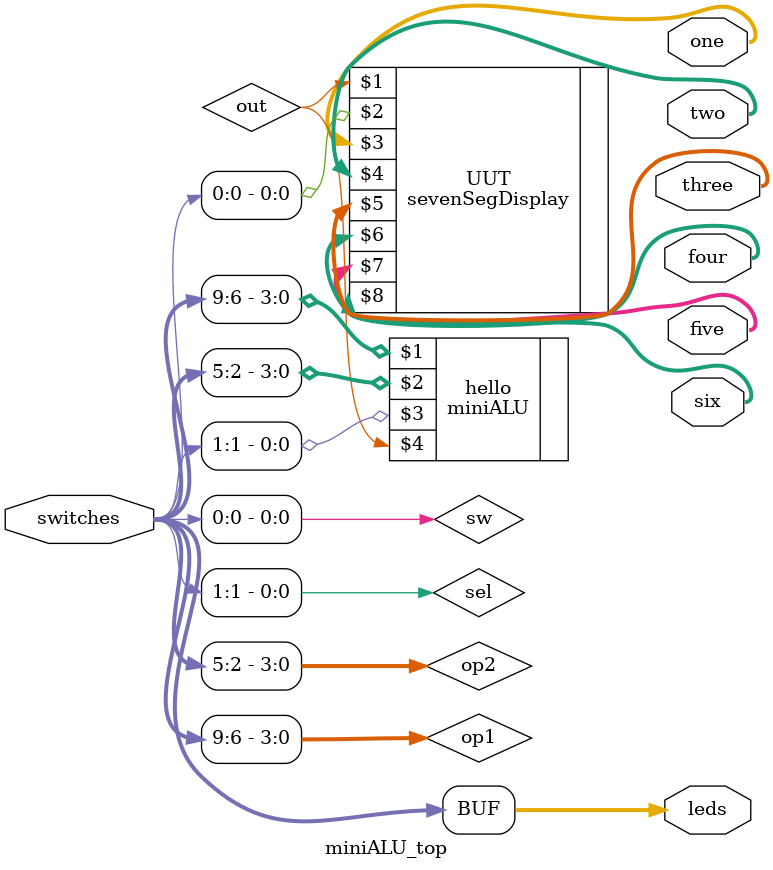
<source format=sv>
module miniALU_top(input [9:0] switches, 
						output [9:0] leds,
						output [7:0] one, two, three, four, five, six);

	logic [3:0] op1;
	assign op1 = switches[9:6];
	logic [3:0] op2;
	assign op2 = switches[5:2];
	assign sel = switches[1];
	assign sw = switches[0];

	assign leds = switches;
	
	miniALU hello(op1, op2, sel, out);
	
	sevenSegDisplay UUT(out, sw, one, two, three, four, five, six);
	
endmodule
</source>
